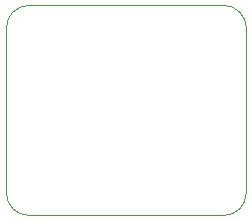
<source format=gbr>
G04 #@! TF.GenerationSoftware,KiCad,Pcbnew,5.1.5-52549c5~84~ubuntu18.04.1*
G04 #@! TF.CreationDate,2019-12-27T14:58:41-07:00*
G04 #@! TF.ProjectId,001,3030312e-6b69-4636-9164-5f7063625858,rev?*
G04 #@! TF.SameCoordinates,Original*
G04 #@! TF.FileFunction,Profile,NP*
%FSLAX46Y46*%
G04 Gerber Fmt 4.6, Leading zero omitted, Abs format (unit mm)*
G04 Created by KiCad (PCBNEW 5.1.5-52549c5~84~ubuntu18.04.1) date 2019-12-27 14:58:41*
%MOMM*%
%LPD*%
G04 APERTURE LIST*
%ADD10C,0.050000*%
G04 APERTURE END LIST*
D10*
X148590000Y-76200000D02*
X132080000Y-76200000D01*
X132080000Y-93980000D02*
X148590000Y-93980000D01*
X130175000Y-78105000D02*
X130175000Y-92075000D01*
X132080000Y-93980000D02*
G75*
G02X130175000Y-92075000I0J1905000D01*
G01*
X150495000Y-92075000D02*
G75*
G02X148590000Y-93980000I-1905000J0D01*
G01*
X148590000Y-76200000D02*
G75*
G02X150495000Y-78105000I0J-1905000D01*
G01*
X130175000Y-78105000D02*
G75*
G02X132080000Y-76200000I1905000J0D01*
G01*
X150495000Y-78105000D02*
X150495000Y-92075000D01*
M02*

</source>
